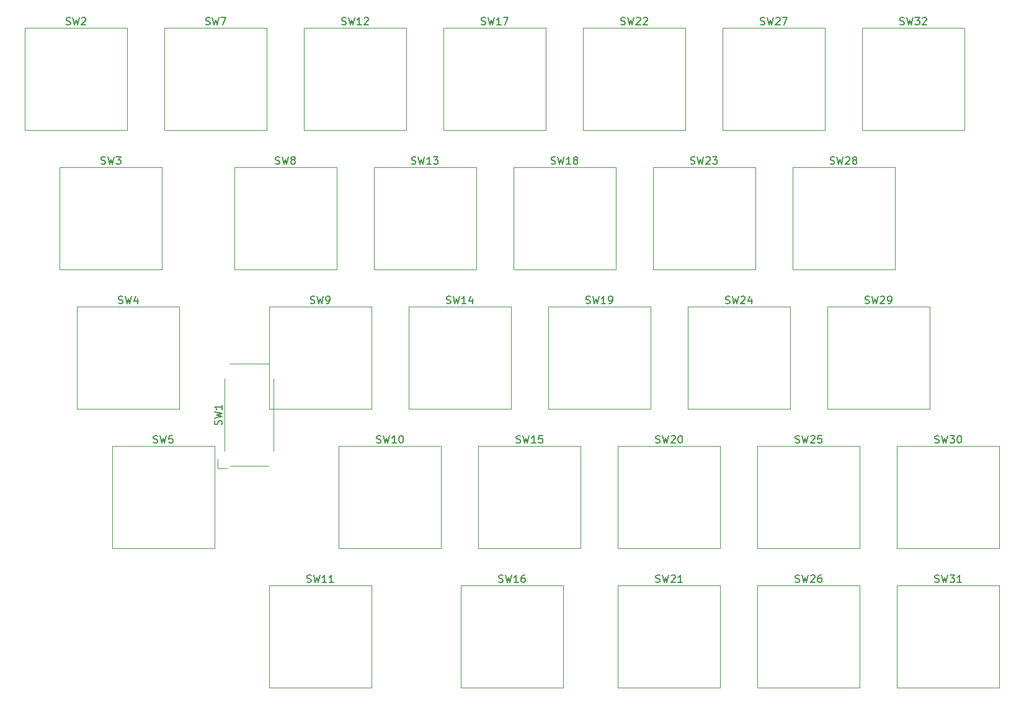
<source format=gto>
G04 #@! TF.FileFunction,Legend,Top*
%FSLAX46Y46*%
G04 Gerber Fmt 4.6, Leading zero omitted, Abs format (unit mm)*
G04 Created by KiCad (PCBNEW 4.0.7) date Monday, 23 April 2018 'AMt' 04:38:12*
%MOMM*%
%LPD*%
G01*
G04 APERTURE LIST*
%ADD10C,0.100000*%
%ADD11C,0.120000*%
%ADD12C,0.150000*%
G04 APERTURE END LIST*
D10*
D11*
X138112500Y-19526250D02*
X152082500Y-19526250D01*
X152082500Y-19526250D02*
X152082500Y-33496250D01*
X152082500Y-33496250D02*
X138112500Y-33496250D01*
X138112500Y-33496250D02*
X138112500Y-19526250D01*
X35718750Y-76676250D02*
X49688750Y-76676250D01*
X49688750Y-76676250D02*
X49688750Y-90646250D01*
X49688750Y-90646250D02*
X35718750Y-90646250D01*
X35718750Y-90646250D02*
X35718750Y-76676250D01*
X57150000Y-57626250D02*
X71120000Y-57626250D01*
X71120000Y-57626250D02*
X71120000Y-71596250D01*
X71120000Y-71596250D02*
X57150000Y-71596250D01*
X57150000Y-71596250D02*
X57150000Y-57626250D01*
X28575000Y-38576250D02*
X42545000Y-38576250D01*
X42545000Y-38576250D02*
X42545000Y-52546250D01*
X42545000Y-52546250D02*
X28575000Y-52546250D01*
X28575000Y-52546250D02*
X28575000Y-38576250D01*
X57150000Y-95726250D02*
X71120000Y-95726250D01*
X71120000Y-95726250D02*
X71120000Y-109696250D01*
X71120000Y-109696250D02*
X57150000Y-109696250D01*
X57150000Y-109696250D02*
X57150000Y-95726250D01*
X23812500Y-19526250D02*
X37782500Y-19526250D01*
X37782500Y-19526250D02*
X37782500Y-33496250D01*
X37782500Y-33496250D02*
X23812500Y-33496250D01*
X23812500Y-33496250D02*
X23812500Y-19526250D01*
X30956250Y-57626250D02*
X44926250Y-57626250D01*
X44926250Y-57626250D02*
X44926250Y-71596250D01*
X44926250Y-71596250D02*
X30956250Y-71596250D01*
X30956250Y-71596250D02*
X30956250Y-57626250D01*
X42862500Y-19526250D02*
X56832500Y-19526250D01*
X56832500Y-19526250D02*
X56832500Y-33496250D01*
X56832500Y-33496250D02*
X42862500Y-33496250D01*
X42862500Y-33496250D02*
X42862500Y-19526250D01*
X52387500Y-38576250D02*
X66357500Y-38576250D01*
X66357500Y-38576250D02*
X66357500Y-52546250D01*
X66357500Y-52546250D02*
X52387500Y-52546250D01*
X52387500Y-52546250D02*
X52387500Y-38576250D01*
X66675000Y-76676250D02*
X80645000Y-76676250D01*
X80645000Y-76676250D02*
X80645000Y-90646250D01*
X80645000Y-90646250D02*
X66675000Y-90646250D01*
X66675000Y-90646250D02*
X66675000Y-76676250D01*
X61912500Y-19526250D02*
X75882500Y-19526250D01*
X75882500Y-19526250D02*
X75882500Y-33496250D01*
X75882500Y-33496250D02*
X61912500Y-33496250D01*
X61912500Y-33496250D02*
X61912500Y-19526250D01*
X71437500Y-38576250D02*
X85407500Y-38576250D01*
X85407500Y-38576250D02*
X85407500Y-52546250D01*
X85407500Y-52546250D02*
X71437500Y-52546250D01*
X71437500Y-52546250D02*
X71437500Y-38576250D01*
X76200000Y-57626250D02*
X90170000Y-57626250D01*
X90170000Y-57626250D02*
X90170000Y-71596250D01*
X90170000Y-71596250D02*
X76200000Y-71596250D01*
X76200000Y-71596250D02*
X76200000Y-57626250D01*
X85725000Y-76676250D02*
X99695000Y-76676250D01*
X99695000Y-76676250D02*
X99695000Y-90646250D01*
X99695000Y-90646250D02*
X85725000Y-90646250D01*
X85725000Y-90646250D02*
X85725000Y-76676250D01*
X83343750Y-95726250D02*
X97313750Y-95726250D01*
X97313750Y-95726250D02*
X97313750Y-109696250D01*
X97313750Y-109696250D02*
X83343750Y-109696250D01*
X83343750Y-109696250D02*
X83343750Y-95726250D01*
X80962500Y-19526250D02*
X94932500Y-19526250D01*
X94932500Y-19526250D02*
X94932500Y-33496250D01*
X94932500Y-33496250D02*
X80962500Y-33496250D01*
X80962500Y-33496250D02*
X80962500Y-19526250D01*
X90487500Y-38576250D02*
X104457500Y-38576250D01*
X104457500Y-38576250D02*
X104457500Y-52546250D01*
X104457500Y-52546250D02*
X90487500Y-52546250D01*
X90487500Y-52546250D02*
X90487500Y-38576250D01*
X95250000Y-57626250D02*
X109220000Y-57626250D01*
X109220000Y-57626250D02*
X109220000Y-71596250D01*
X109220000Y-71596250D02*
X95250000Y-71596250D01*
X95250000Y-71596250D02*
X95250000Y-57626250D01*
X104775000Y-76676250D02*
X118745000Y-76676250D01*
X118745000Y-76676250D02*
X118745000Y-90646250D01*
X118745000Y-90646250D02*
X104775000Y-90646250D01*
X104775000Y-90646250D02*
X104775000Y-76676250D01*
X104775000Y-95726250D02*
X118745000Y-95726250D01*
X118745000Y-95726250D02*
X118745000Y-109696250D01*
X118745000Y-109696250D02*
X104775000Y-109696250D01*
X104775000Y-109696250D02*
X104775000Y-95726250D01*
X100012500Y-19526250D02*
X113982500Y-19526250D01*
X113982500Y-19526250D02*
X113982500Y-33496250D01*
X113982500Y-33496250D02*
X100012500Y-33496250D01*
X100012500Y-33496250D02*
X100012500Y-19526250D01*
X109537500Y-38576250D02*
X123507500Y-38576250D01*
X123507500Y-38576250D02*
X123507500Y-52546250D01*
X123507500Y-52546250D02*
X109537500Y-52546250D01*
X109537500Y-52546250D02*
X109537500Y-38576250D01*
X114300000Y-57626250D02*
X128270000Y-57626250D01*
X128270000Y-57626250D02*
X128270000Y-71596250D01*
X128270000Y-71596250D02*
X114300000Y-71596250D01*
X114300000Y-71596250D02*
X114300000Y-57626250D01*
X123825000Y-76676250D02*
X137795000Y-76676250D01*
X137795000Y-76676250D02*
X137795000Y-90646250D01*
X137795000Y-90646250D02*
X123825000Y-90646250D01*
X123825000Y-90646250D02*
X123825000Y-76676250D01*
X123825000Y-95726250D02*
X137795000Y-95726250D01*
X137795000Y-95726250D02*
X137795000Y-109696250D01*
X137795000Y-109696250D02*
X123825000Y-109696250D01*
X123825000Y-109696250D02*
X123825000Y-95726250D01*
X119062500Y-19526250D02*
X133032500Y-19526250D01*
X133032500Y-19526250D02*
X133032500Y-33496250D01*
X133032500Y-33496250D02*
X119062500Y-33496250D01*
X119062500Y-33496250D02*
X119062500Y-19526250D01*
X128587500Y-38576250D02*
X142557500Y-38576250D01*
X142557500Y-38576250D02*
X142557500Y-52546250D01*
X142557500Y-52546250D02*
X128587500Y-52546250D01*
X128587500Y-52546250D02*
X128587500Y-38576250D01*
X133350000Y-57626250D02*
X147320000Y-57626250D01*
X147320000Y-57626250D02*
X147320000Y-71596250D01*
X147320000Y-71596250D02*
X133350000Y-71596250D01*
X133350000Y-71596250D02*
X133350000Y-57626250D01*
X142875000Y-76676250D02*
X156845000Y-76676250D01*
X156845000Y-76676250D02*
X156845000Y-90646250D01*
X156845000Y-90646250D02*
X142875000Y-90646250D01*
X142875000Y-90646250D02*
X142875000Y-76676250D01*
X142875000Y-95726250D02*
X156845000Y-95726250D01*
X156845000Y-95726250D02*
X156845000Y-109696250D01*
X156845000Y-109696250D02*
X142875000Y-109696250D01*
X142875000Y-109696250D02*
X142875000Y-95726250D01*
X50150000Y-79700000D02*
X50150000Y-78400000D01*
X51450000Y-79700000D02*
X50150000Y-79700000D01*
X57800000Y-67450000D02*
X57800000Y-77350000D01*
X51100000Y-77350000D02*
X51100000Y-67450000D01*
X57050000Y-79400000D02*
X51850000Y-79400000D01*
X51850000Y-65400000D02*
X57050000Y-65400000D01*
D12*
X143287976Y-19042012D02*
X143430833Y-19089631D01*
X143668929Y-19089631D01*
X143764167Y-19042012D01*
X143811786Y-18994393D01*
X143859405Y-18899155D01*
X143859405Y-18803917D01*
X143811786Y-18708679D01*
X143764167Y-18661060D01*
X143668929Y-18613440D01*
X143478452Y-18565821D01*
X143383214Y-18518202D01*
X143335595Y-18470583D01*
X143287976Y-18375345D01*
X143287976Y-18280107D01*
X143335595Y-18184869D01*
X143383214Y-18137250D01*
X143478452Y-18089631D01*
X143716548Y-18089631D01*
X143859405Y-18137250D01*
X144192738Y-18089631D02*
X144430833Y-19089631D01*
X144621310Y-18375345D01*
X144811786Y-19089631D01*
X145049881Y-18089631D01*
X145335595Y-18089631D02*
X145954643Y-18089631D01*
X145621309Y-18470583D01*
X145764167Y-18470583D01*
X145859405Y-18518202D01*
X145907024Y-18565821D01*
X145954643Y-18661060D01*
X145954643Y-18899155D01*
X145907024Y-18994393D01*
X145859405Y-19042012D01*
X145764167Y-19089631D01*
X145478452Y-19089631D01*
X145383214Y-19042012D01*
X145335595Y-18994393D01*
X146335595Y-18184869D02*
X146383214Y-18137250D01*
X146478452Y-18089631D01*
X146716548Y-18089631D01*
X146811786Y-18137250D01*
X146859405Y-18184869D01*
X146907024Y-18280107D01*
X146907024Y-18375345D01*
X146859405Y-18518202D01*
X146287976Y-19089631D01*
X146907024Y-19089631D01*
X41370417Y-76192012D02*
X41513274Y-76239631D01*
X41751370Y-76239631D01*
X41846608Y-76192012D01*
X41894227Y-76144393D01*
X41941846Y-76049155D01*
X41941846Y-75953917D01*
X41894227Y-75858679D01*
X41846608Y-75811060D01*
X41751370Y-75763440D01*
X41560893Y-75715821D01*
X41465655Y-75668202D01*
X41418036Y-75620583D01*
X41370417Y-75525345D01*
X41370417Y-75430107D01*
X41418036Y-75334869D01*
X41465655Y-75287250D01*
X41560893Y-75239631D01*
X41798989Y-75239631D01*
X41941846Y-75287250D01*
X42275179Y-75239631D02*
X42513274Y-76239631D01*
X42703751Y-75525345D01*
X42894227Y-76239631D01*
X43132322Y-75239631D01*
X43989465Y-75239631D02*
X43513274Y-75239631D01*
X43465655Y-75715821D01*
X43513274Y-75668202D01*
X43608512Y-75620583D01*
X43846608Y-75620583D01*
X43941846Y-75668202D01*
X43989465Y-75715821D01*
X44037084Y-75811060D01*
X44037084Y-76049155D01*
X43989465Y-76144393D01*
X43941846Y-76192012D01*
X43846608Y-76239631D01*
X43608512Y-76239631D01*
X43513274Y-76192012D01*
X43465655Y-76144393D01*
X62801667Y-57142012D02*
X62944524Y-57189631D01*
X63182620Y-57189631D01*
X63277858Y-57142012D01*
X63325477Y-57094393D01*
X63373096Y-56999155D01*
X63373096Y-56903917D01*
X63325477Y-56808679D01*
X63277858Y-56761060D01*
X63182620Y-56713440D01*
X62992143Y-56665821D01*
X62896905Y-56618202D01*
X62849286Y-56570583D01*
X62801667Y-56475345D01*
X62801667Y-56380107D01*
X62849286Y-56284869D01*
X62896905Y-56237250D01*
X62992143Y-56189631D01*
X63230239Y-56189631D01*
X63373096Y-56237250D01*
X63706429Y-56189631D02*
X63944524Y-57189631D01*
X64135001Y-56475345D01*
X64325477Y-57189631D01*
X64563572Y-56189631D01*
X64992143Y-57189631D02*
X65182619Y-57189631D01*
X65277858Y-57142012D01*
X65325477Y-57094393D01*
X65420715Y-56951536D01*
X65468334Y-56761060D01*
X65468334Y-56380107D01*
X65420715Y-56284869D01*
X65373096Y-56237250D01*
X65277858Y-56189631D01*
X65087381Y-56189631D01*
X64992143Y-56237250D01*
X64944524Y-56284869D01*
X64896905Y-56380107D01*
X64896905Y-56618202D01*
X64944524Y-56713440D01*
X64992143Y-56761060D01*
X65087381Y-56808679D01*
X65277858Y-56808679D01*
X65373096Y-56761060D01*
X65420715Y-56713440D01*
X65468334Y-56618202D01*
X34226667Y-38092012D02*
X34369524Y-38139631D01*
X34607620Y-38139631D01*
X34702858Y-38092012D01*
X34750477Y-38044393D01*
X34798096Y-37949155D01*
X34798096Y-37853917D01*
X34750477Y-37758679D01*
X34702858Y-37711060D01*
X34607620Y-37663440D01*
X34417143Y-37615821D01*
X34321905Y-37568202D01*
X34274286Y-37520583D01*
X34226667Y-37425345D01*
X34226667Y-37330107D01*
X34274286Y-37234869D01*
X34321905Y-37187250D01*
X34417143Y-37139631D01*
X34655239Y-37139631D01*
X34798096Y-37187250D01*
X35131429Y-37139631D02*
X35369524Y-38139631D01*
X35560001Y-37425345D01*
X35750477Y-38139631D01*
X35988572Y-37139631D01*
X36274286Y-37139631D02*
X36893334Y-37139631D01*
X36560000Y-37520583D01*
X36702858Y-37520583D01*
X36798096Y-37568202D01*
X36845715Y-37615821D01*
X36893334Y-37711060D01*
X36893334Y-37949155D01*
X36845715Y-38044393D01*
X36798096Y-38092012D01*
X36702858Y-38139631D01*
X36417143Y-38139631D01*
X36321905Y-38092012D01*
X36274286Y-38044393D01*
X62325476Y-95242012D02*
X62468333Y-95289631D01*
X62706429Y-95289631D01*
X62801667Y-95242012D01*
X62849286Y-95194393D01*
X62896905Y-95099155D01*
X62896905Y-95003917D01*
X62849286Y-94908679D01*
X62801667Y-94861060D01*
X62706429Y-94813440D01*
X62515952Y-94765821D01*
X62420714Y-94718202D01*
X62373095Y-94670583D01*
X62325476Y-94575345D01*
X62325476Y-94480107D01*
X62373095Y-94384869D01*
X62420714Y-94337250D01*
X62515952Y-94289631D01*
X62754048Y-94289631D01*
X62896905Y-94337250D01*
X63230238Y-94289631D02*
X63468333Y-95289631D01*
X63658810Y-94575345D01*
X63849286Y-95289631D01*
X64087381Y-94289631D01*
X64992143Y-95289631D02*
X64420714Y-95289631D01*
X64706428Y-95289631D02*
X64706428Y-94289631D01*
X64611190Y-94432488D01*
X64515952Y-94527726D01*
X64420714Y-94575345D01*
X65944524Y-95289631D02*
X65373095Y-95289631D01*
X65658809Y-95289631D02*
X65658809Y-94289631D01*
X65563571Y-94432488D01*
X65468333Y-94527726D01*
X65373095Y-94575345D01*
X29464167Y-19042012D02*
X29607024Y-19089631D01*
X29845120Y-19089631D01*
X29940358Y-19042012D01*
X29987977Y-18994393D01*
X30035596Y-18899155D01*
X30035596Y-18803917D01*
X29987977Y-18708679D01*
X29940358Y-18661060D01*
X29845120Y-18613440D01*
X29654643Y-18565821D01*
X29559405Y-18518202D01*
X29511786Y-18470583D01*
X29464167Y-18375345D01*
X29464167Y-18280107D01*
X29511786Y-18184869D01*
X29559405Y-18137250D01*
X29654643Y-18089631D01*
X29892739Y-18089631D01*
X30035596Y-18137250D01*
X30368929Y-18089631D02*
X30607024Y-19089631D01*
X30797501Y-18375345D01*
X30987977Y-19089631D01*
X31226072Y-18089631D01*
X31559405Y-18184869D02*
X31607024Y-18137250D01*
X31702262Y-18089631D01*
X31940358Y-18089631D01*
X32035596Y-18137250D01*
X32083215Y-18184869D01*
X32130834Y-18280107D01*
X32130834Y-18375345D01*
X32083215Y-18518202D01*
X31511786Y-19089631D01*
X32130834Y-19089631D01*
X36607917Y-57142012D02*
X36750774Y-57189631D01*
X36988870Y-57189631D01*
X37084108Y-57142012D01*
X37131727Y-57094393D01*
X37179346Y-56999155D01*
X37179346Y-56903917D01*
X37131727Y-56808679D01*
X37084108Y-56761060D01*
X36988870Y-56713440D01*
X36798393Y-56665821D01*
X36703155Y-56618202D01*
X36655536Y-56570583D01*
X36607917Y-56475345D01*
X36607917Y-56380107D01*
X36655536Y-56284869D01*
X36703155Y-56237250D01*
X36798393Y-56189631D01*
X37036489Y-56189631D01*
X37179346Y-56237250D01*
X37512679Y-56189631D02*
X37750774Y-57189631D01*
X37941251Y-56475345D01*
X38131727Y-57189631D01*
X38369822Y-56189631D01*
X39179346Y-56522964D02*
X39179346Y-57189631D01*
X38941250Y-56142012D02*
X38703155Y-56856298D01*
X39322203Y-56856298D01*
X48514167Y-19042012D02*
X48657024Y-19089631D01*
X48895120Y-19089631D01*
X48990358Y-19042012D01*
X49037977Y-18994393D01*
X49085596Y-18899155D01*
X49085596Y-18803917D01*
X49037977Y-18708679D01*
X48990358Y-18661060D01*
X48895120Y-18613440D01*
X48704643Y-18565821D01*
X48609405Y-18518202D01*
X48561786Y-18470583D01*
X48514167Y-18375345D01*
X48514167Y-18280107D01*
X48561786Y-18184869D01*
X48609405Y-18137250D01*
X48704643Y-18089631D01*
X48942739Y-18089631D01*
X49085596Y-18137250D01*
X49418929Y-18089631D02*
X49657024Y-19089631D01*
X49847501Y-18375345D01*
X50037977Y-19089631D01*
X50276072Y-18089631D01*
X50561786Y-18089631D02*
X51228453Y-18089631D01*
X50799881Y-19089631D01*
X58039167Y-38092012D02*
X58182024Y-38139631D01*
X58420120Y-38139631D01*
X58515358Y-38092012D01*
X58562977Y-38044393D01*
X58610596Y-37949155D01*
X58610596Y-37853917D01*
X58562977Y-37758679D01*
X58515358Y-37711060D01*
X58420120Y-37663440D01*
X58229643Y-37615821D01*
X58134405Y-37568202D01*
X58086786Y-37520583D01*
X58039167Y-37425345D01*
X58039167Y-37330107D01*
X58086786Y-37234869D01*
X58134405Y-37187250D01*
X58229643Y-37139631D01*
X58467739Y-37139631D01*
X58610596Y-37187250D01*
X58943929Y-37139631D02*
X59182024Y-38139631D01*
X59372501Y-37425345D01*
X59562977Y-38139631D01*
X59801072Y-37139631D01*
X60324881Y-37568202D02*
X60229643Y-37520583D01*
X60182024Y-37472964D01*
X60134405Y-37377726D01*
X60134405Y-37330107D01*
X60182024Y-37234869D01*
X60229643Y-37187250D01*
X60324881Y-37139631D01*
X60515358Y-37139631D01*
X60610596Y-37187250D01*
X60658215Y-37234869D01*
X60705834Y-37330107D01*
X60705834Y-37377726D01*
X60658215Y-37472964D01*
X60610596Y-37520583D01*
X60515358Y-37568202D01*
X60324881Y-37568202D01*
X60229643Y-37615821D01*
X60182024Y-37663440D01*
X60134405Y-37758679D01*
X60134405Y-37949155D01*
X60182024Y-38044393D01*
X60229643Y-38092012D01*
X60324881Y-38139631D01*
X60515358Y-38139631D01*
X60610596Y-38092012D01*
X60658215Y-38044393D01*
X60705834Y-37949155D01*
X60705834Y-37758679D01*
X60658215Y-37663440D01*
X60610596Y-37615821D01*
X60515358Y-37568202D01*
X71850476Y-76192012D02*
X71993333Y-76239631D01*
X72231429Y-76239631D01*
X72326667Y-76192012D01*
X72374286Y-76144393D01*
X72421905Y-76049155D01*
X72421905Y-75953917D01*
X72374286Y-75858679D01*
X72326667Y-75811060D01*
X72231429Y-75763440D01*
X72040952Y-75715821D01*
X71945714Y-75668202D01*
X71898095Y-75620583D01*
X71850476Y-75525345D01*
X71850476Y-75430107D01*
X71898095Y-75334869D01*
X71945714Y-75287250D01*
X72040952Y-75239631D01*
X72279048Y-75239631D01*
X72421905Y-75287250D01*
X72755238Y-75239631D02*
X72993333Y-76239631D01*
X73183810Y-75525345D01*
X73374286Y-76239631D01*
X73612381Y-75239631D01*
X74517143Y-76239631D02*
X73945714Y-76239631D01*
X74231428Y-76239631D02*
X74231428Y-75239631D01*
X74136190Y-75382488D01*
X74040952Y-75477726D01*
X73945714Y-75525345D01*
X75136190Y-75239631D02*
X75231429Y-75239631D01*
X75326667Y-75287250D01*
X75374286Y-75334869D01*
X75421905Y-75430107D01*
X75469524Y-75620583D01*
X75469524Y-75858679D01*
X75421905Y-76049155D01*
X75374286Y-76144393D01*
X75326667Y-76192012D01*
X75231429Y-76239631D01*
X75136190Y-76239631D01*
X75040952Y-76192012D01*
X74993333Y-76144393D01*
X74945714Y-76049155D01*
X74898095Y-75858679D01*
X74898095Y-75620583D01*
X74945714Y-75430107D01*
X74993333Y-75334869D01*
X75040952Y-75287250D01*
X75136190Y-75239631D01*
X67087976Y-19042012D02*
X67230833Y-19089631D01*
X67468929Y-19089631D01*
X67564167Y-19042012D01*
X67611786Y-18994393D01*
X67659405Y-18899155D01*
X67659405Y-18803917D01*
X67611786Y-18708679D01*
X67564167Y-18661060D01*
X67468929Y-18613440D01*
X67278452Y-18565821D01*
X67183214Y-18518202D01*
X67135595Y-18470583D01*
X67087976Y-18375345D01*
X67087976Y-18280107D01*
X67135595Y-18184869D01*
X67183214Y-18137250D01*
X67278452Y-18089631D01*
X67516548Y-18089631D01*
X67659405Y-18137250D01*
X67992738Y-18089631D02*
X68230833Y-19089631D01*
X68421310Y-18375345D01*
X68611786Y-19089631D01*
X68849881Y-18089631D01*
X69754643Y-19089631D02*
X69183214Y-19089631D01*
X69468928Y-19089631D02*
X69468928Y-18089631D01*
X69373690Y-18232488D01*
X69278452Y-18327726D01*
X69183214Y-18375345D01*
X70135595Y-18184869D02*
X70183214Y-18137250D01*
X70278452Y-18089631D01*
X70516548Y-18089631D01*
X70611786Y-18137250D01*
X70659405Y-18184869D01*
X70707024Y-18280107D01*
X70707024Y-18375345D01*
X70659405Y-18518202D01*
X70087976Y-19089631D01*
X70707024Y-19089631D01*
X76612976Y-38092012D02*
X76755833Y-38139631D01*
X76993929Y-38139631D01*
X77089167Y-38092012D01*
X77136786Y-38044393D01*
X77184405Y-37949155D01*
X77184405Y-37853917D01*
X77136786Y-37758679D01*
X77089167Y-37711060D01*
X76993929Y-37663440D01*
X76803452Y-37615821D01*
X76708214Y-37568202D01*
X76660595Y-37520583D01*
X76612976Y-37425345D01*
X76612976Y-37330107D01*
X76660595Y-37234869D01*
X76708214Y-37187250D01*
X76803452Y-37139631D01*
X77041548Y-37139631D01*
X77184405Y-37187250D01*
X77517738Y-37139631D02*
X77755833Y-38139631D01*
X77946310Y-37425345D01*
X78136786Y-38139631D01*
X78374881Y-37139631D01*
X79279643Y-38139631D02*
X78708214Y-38139631D01*
X78993928Y-38139631D02*
X78993928Y-37139631D01*
X78898690Y-37282488D01*
X78803452Y-37377726D01*
X78708214Y-37425345D01*
X79612976Y-37139631D02*
X80232024Y-37139631D01*
X79898690Y-37520583D01*
X80041548Y-37520583D01*
X80136786Y-37568202D01*
X80184405Y-37615821D01*
X80232024Y-37711060D01*
X80232024Y-37949155D01*
X80184405Y-38044393D01*
X80136786Y-38092012D01*
X80041548Y-38139631D01*
X79755833Y-38139631D01*
X79660595Y-38092012D01*
X79612976Y-38044393D01*
X81375476Y-57142012D02*
X81518333Y-57189631D01*
X81756429Y-57189631D01*
X81851667Y-57142012D01*
X81899286Y-57094393D01*
X81946905Y-56999155D01*
X81946905Y-56903917D01*
X81899286Y-56808679D01*
X81851667Y-56761060D01*
X81756429Y-56713440D01*
X81565952Y-56665821D01*
X81470714Y-56618202D01*
X81423095Y-56570583D01*
X81375476Y-56475345D01*
X81375476Y-56380107D01*
X81423095Y-56284869D01*
X81470714Y-56237250D01*
X81565952Y-56189631D01*
X81804048Y-56189631D01*
X81946905Y-56237250D01*
X82280238Y-56189631D02*
X82518333Y-57189631D01*
X82708810Y-56475345D01*
X82899286Y-57189631D01*
X83137381Y-56189631D01*
X84042143Y-57189631D02*
X83470714Y-57189631D01*
X83756428Y-57189631D02*
X83756428Y-56189631D01*
X83661190Y-56332488D01*
X83565952Y-56427726D01*
X83470714Y-56475345D01*
X84899286Y-56522964D02*
X84899286Y-57189631D01*
X84661190Y-56142012D02*
X84423095Y-56856298D01*
X85042143Y-56856298D01*
X90900476Y-76192012D02*
X91043333Y-76239631D01*
X91281429Y-76239631D01*
X91376667Y-76192012D01*
X91424286Y-76144393D01*
X91471905Y-76049155D01*
X91471905Y-75953917D01*
X91424286Y-75858679D01*
X91376667Y-75811060D01*
X91281429Y-75763440D01*
X91090952Y-75715821D01*
X90995714Y-75668202D01*
X90948095Y-75620583D01*
X90900476Y-75525345D01*
X90900476Y-75430107D01*
X90948095Y-75334869D01*
X90995714Y-75287250D01*
X91090952Y-75239631D01*
X91329048Y-75239631D01*
X91471905Y-75287250D01*
X91805238Y-75239631D02*
X92043333Y-76239631D01*
X92233810Y-75525345D01*
X92424286Y-76239631D01*
X92662381Y-75239631D01*
X93567143Y-76239631D02*
X92995714Y-76239631D01*
X93281428Y-76239631D02*
X93281428Y-75239631D01*
X93186190Y-75382488D01*
X93090952Y-75477726D01*
X92995714Y-75525345D01*
X94471905Y-75239631D02*
X93995714Y-75239631D01*
X93948095Y-75715821D01*
X93995714Y-75668202D01*
X94090952Y-75620583D01*
X94329048Y-75620583D01*
X94424286Y-75668202D01*
X94471905Y-75715821D01*
X94519524Y-75811060D01*
X94519524Y-76049155D01*
X94471905Y-76144393D01*
X94424286Y-76192012D01*
X94329048Y-76239631D01*
X94090952Y-76239631D01*
X93995714Y-76192012D01*
X93948095Y-76144393D01*
X88519226Y-95242012D02*
X88662083Y-95289631D01*
X88900179Y-95289631D01*
X88995417Y-95242012D01*
X89043036Y-95194393D01*
X89090655Y-95099155D01*
X89090655Y-95003917D01*
X89043036Y-94908679D01*
X88995417Y-94861060D01*
X88900179Y-94813440D01*
X88709702Y-94765821D01*
X88614464Y-94718202D01*
X88566845Y-94670583D01*
X88519226Y-94575345D01*
X88519226Y-94480107D01*
X88566845Y-94384869D01*
X88614464Y-94337250D01*
X88709702Y-94289631D01*
X88947798Y-94289631D01*
X89090655Y-94337250D01*
X89423988Y-94289631D02*
X89662083Y-95289631D01*
X89852560Y-94575345D01*
X90043036Y-95289631D01*
X90281131Y-94289631D01*
X91185893Y-95289631D02*
X90614464Y-95289631D01*
X90900178Y-95289631D02*
X90900178Y-94289631D01*
X90804940Y-94432488D01*
X90709702Y-94527726D01*
X90614464Y-94575345D01*
X92043036Y-94289631D02*
X91852559Y-94289631D01*
X91757321Y-94337250D01*
X91709702Y-94384869D01*
X91614464Y-94527726D01*
X91566845Y-94718202D01*
X91566845Y-95099155D01*
X91614464Y-95194393D01*
X91662083Y-95242012D01*
X91757321Y-95289631D01*
X91947798Y-95289631D01*
X92043036Y-95242012D01*
X92090655Y-95194393D01*
X92138274Y-95099155D01*
X92138274Y-94861060D01*
X92090655Y-94765821D01*
X92043036Y-94718202D01*
X91947798Y-94670583D01*
X91757321Y-94670583D01*
X91662083Y-94718202D01*
X91614464Y-94765821D01*
X91566845Y-94861060D01*
X86137976Y-19042012D02*
X86280833Y-19089631D01*
X86518929Y-19089631D01*
X86614167Y-19042012D01*
X86661786Y-18994393D01*
X86709405Y-18899155D01*
X86709405Y-18803917D01*
X86661786Y-18708679D01*
X86614167Y-18661060D01*
X86518929Y-18613440D01*
X86328452Y-18565821D01*
X86233214Y-18518202D01*
X86185595Y-18470583D01*
X86137976Y-18375345D01*
X86137976Y-18280107D01*
X86185595Y-18184869D01*
X86233214Y-18137250D01*
X86328452Y-18089631D01*
X86566548Y-18089631D01*
X86709405Y-18137250D01*
X87042738Y-18089631D02*
X87280833Y-19089631D01*
X87471310Y-18375345D01*
X87661786Y-19089631D01*
X87899881Y-18089631D01*
X88804643Y-19089631D02*
X88233214Y-19089631D01*
X88518928Y-19089631D02*
X88518928Y-18089631D01*
X88423690Y-18232488D01*
X88328452Y-18327726D01*
X88233214Y-18375345D01*
X89137976Y-18089631D02*
X89804643Y-18089631D01*
X89376071Y-19089631D01*
X95662976Y-38092012D02*
X95805833Y-38139631D01*
X96043929Y-38139631D01*
X96139167Y-38092012D01*
X96186786Y-38044393D01*
X96234405Y-37949155D01*
X96234405Y-37853917D01*
X96186786Y-37758679D01*
X96139167Y-37711060D01*
X96043929Y-37663440D01*
X95853452Y-37615821D01*
X95758214Y-37568202D01*
X95710595Y-37520583D01*
X95662976Y-37425345D01*
X95662976Y-37330107D01*
X95710595Y-37234869D01*
X95758214Y-37187250D01*
X95853452Y-37139631D01*
X96091548Y-37139631D01*
X96234405Y-37187250D01*
X96567738Y-37139631D02*
X96805833Y-38139631D01*
X96996310Y-37425345D01*
X97186786Y-38139631D01*
X97424881Y-37139631D01*
X98329643Y-38139631D02*
X97758214Y-38139631D01*
X98043928Y-38139631D02*
X98043928Y-37139631D01*
X97948690Y-37282488D01*
X97853452Y-37377726D01*
X97758214Y-37425345D01*
X98901071Y-37568202D02*
X98805833Y-37520583D01*
X98758214Y-37472964D01*
X98710595Y-37377726D01*
X98710595Y-37330107D01*
X98758214Y-37234869D01*
X98805833Y-37187250D01*
X98901071Y-37139631D01*
X99091548Y-37139631D01*
X99186786Y-37187250D01*
X99234405Y-37234869D01*
X99282024Y-37330107D01*
X99282024Y-37377726D01*
X99234405Y-37472964D01*
X99186786Y-37520583D01*
X99091548Y-37568202D01*
X98901071Y-37568202D01*
X98805833Y-37615821D01*
X98758214Y-37663440D01*
X98710595Y-37758679D01*
X98710595Y-37949155D01*
X98758214Y-38044393D01*
X98805833Y-38092012D01*
X98901071Y-38139631D01*
X99091548Y-38139631D01*
X99186786Y-38092012D01*
X99234405Y-38044393D01*
X99282024Y-37949155D01*
X99282024Y-37758679D01*
X99234405Y-37663440D01*
X99186786Y-37615821D01*
X99091548Y-37568202D01*
X100425476Y-57142012D02*
X100568333Y-57189631D01*
X100806429Y-57189631D01*
X100901667Y-57142012D01*
X100949286Y-57094393D01*
X100996905Y-56999155D01*
X100996905Y-56903917D01*
X100949286Y-56808679D01*
X100901667Y-56761060D01*
X100806429Y-56713440D01*
X100615952Y-56665821D01*
X100520714Y-56618202D01*
X100473095Y-56570583D01*
X100425476Y-56475345D01*
X100425476Y-56380107D01*
X100473095Y-56284869D01*
X100520714Y-56237250D01*
X100615952Y-56189631D01*
X100854048Y-56189631D01*
X100996905Y-56237250D01*
X101330238Y-56189631D02*
X101568333Y-57189631D01*
X101758810Y-56475345D01*
X101949286Y-57189631D01*
X102187381Y-56189631D01*
X103092143Y-57189631D02*
X102520714Y-57189631D01*
X102806428Y-57189631D02*
X102806428Y-56189631D01*
X102711190Y-56332488D01*
X102615952Y-56427726D01*
X102520714Y-56475345D01*
X103568333Y-57189631D02*
X103758809Y-57189631D01*
X103854048Y-57142012D01*
X103901667Y-57094393D01*
X103996905Y-56951536D01*
X104044524Y-56761060D01*
X104044524Y-56380107D01*
X103996905Y-56284869D01*
X103949286Y-56237250D01*
X103854048Y-56189631D01*
X103663571Y-56189631D01*
X103568333Y-56237250D01*
X103520714Y-56284869D01*
X103473095Y-56380107D01*
X103473095Y-56618202D01*
X103520714Y-56713440D01*
X103568333Y-56761060D01*
X103663571Y-56808679D01*
X103854048Y-56808679D01*
X103949286Y-56761060D01*
X103996905Y-56713440D01*
X104044524Y-56618202D01*
X109950476Y-76192012D02*
X110093333Y-76239631D01*
X110331429Y-76239631D01*
X110426667Y-76192012D01*
X110474286Y-76144393D01*
X110521905Y-76049155D01*
X110521905Y-75953917D01*
X110474286Y-75858679D01*
X110426667Y-75811060D01*
X110331429Y-75763440D01*
X110140952Y-75715821D01*
X110045714Y-75668202D01*
X109998095Y-75620583D01*
X109950476Y-75525345D01*
X109950476Y-75430107D01*
X109998095Y-75334869D01*
X110045714Y-75287250D01*
X110140952Y-75239631D01*
X110379048Y-75239631D01*
X110521905Y-75287250D01*
X110855238Y-75239631D02*
X111093333Y-76239631D01*
X111283810Y-75525345D01*
X111474286Y-76239631D01*
X111712381Y-75239631D01*
X112045714Y-75334869D02*
X112093333Y-75287250D01*
X112188571Y-75239631D01*
X112426667Y-75239631D01*
X112521905Y-75287250D01*
X112569524Y-75334869D01*
X112617143Y-75430107D01*
X112617143Y-75525345D01*
X112569524Y-75668202D01*
X111998095Y-76239631D01*
X112617143Y-76239631D01*
X113236190Y-75239631D02*
X113331429Y-75239631D01*
X113426667Y-75287250D01*
X113474286Y-75334869D01*
X113521905Y-75430107D01*
X113569524Y-75620583D01*
X113569524Y-75858679D01*
X113521905Y-76049155D01*
X113474286Y-76144393D01*
X113426667Y-76192012D01*
X113331429Y-76239631D01*
X113236190Y-76239631D01*
X113140952Y-76192012D01*
X113093333Y-76144393D01*
X113045714Y-76049155D01*
X112998095Y-75858679D01*
X112998095Y-75620583D01*
X113045714Y-75430107D01*
X113093333Y-75334869D01*
X113140952Y-75287250D01*
X113236190Y-75239631D01*
X109950476Y-95242012D02*
X110093333Y-95289631D01*
X110331429Y-95289631D01*
X110426667Y-95242012D01*
X110474286Y-95194393D01*
X110521905Y-95099155D01*
X110521905Y-95003917D01*
X110474286Y-94908679D01*
X110426667Y-94861060D01*
X110331429Y-94813440D01*
X110140952Y-94765821D01*
X110045714Y-94718202D01*
X109998095Y-94670583D01*
X109950476Y-94575345D01*
X109950476Y-94480107D01*
X109998095Y-94384869D01*
X110045714Y-94337250D01*
X110140952Y-94289631D01*
X110379048Y-94289631D01*
X110521905Y-94337250D01*
X110855238Y-94289631D02*
X111093333Y-95289631D01*
X111283810Y-94575345D01*
X111474286Y-95289631D01*
X111712381Y-94289631D01*
X112045714Y-94384869D02*
X112093333Y-94337250D01*
X112188571Y-94289631D01*
X112426667Y-94289631D01*
X112521905Y-94337250D01*
X112569524Y-94384869D01*
X112617143Y-94480107D01*
X112617143Y-94575345D01*
X112569524Y-94718202D01*
X111998095Y-95289631D01*
X112617143Y-95289631D01*
X113569524Y-95289631D02*
X112998095Y-95289631D01*
X113283809Y-95289631D02*
X113283809Y-94289631D01*
X113188571Y-94432488D01*
X113093333Y-94527726D01*
X112998095Y-94575345D01*
X105187976Y-19042012D02*
X105330833Y-19089631D01*
X105568929Y-19089631D01*
X105664167Y-19042012D01*
X105711786Y-18994393D01*
X105759405Y-18899155D01*
X105759405Y-18803917D01*
X105711786Y-18708679D01*
X105664167Y-18661060D01*
X105568929Y-18613440D01*
X105378452Y-18565821D01*
X105283214Y-18518202D01*
X105235595Y-18470583D01*
X105187976Y-18375345D01*
X105187976Y-18280107D01*
X105235595Y-18184869D01*
X105283214Y-18137250D01*
X105378452Y-18089631D01*
X105616548Y-18089631D01*
X105759405Y-18137250D01*
X106092738Y-18089631D02*
X106330833Y-19089631D01*
X106521310Y-18375345D01*
X106711786Y-19089631D01*
X106949881Y-18089631D01*
X107283214Y-18184869D02*
X107330833Y-18137250D01*
X107426071Y-18089631D01*
X107664167Y-18089631D01*
X107759405Y-18137250D01*
X107807024Y-18184869D01*
X107854643Y-18280107D01*
X107854643Y-18375345D01*
X107807024Y-18518202D01*
X107235595Y-19089631D01*
X107854643Y-19089631D01*
X108235595Y-18184869D02*
X108283214Y-18137250D01*
X108378452Y-18089631D01*
X108616548Y-18089631D01*
X108711786Y-18137250D01*
X108759405Y-18184869D01*
X108807024Y-18280107D01*
X108807024Y-18375345D01*
X108759405Y-18518202D01*
X108187976Y-19089631D01*
X108807024Y-19089631D01*
X114712976Y-38092012D02*
X114855833Y-38139631D01*
X115093929Y-38139631D01*
X115189167Y-38092012D01*
X115236786Y-38044393D01*
X115284405Y-37949155D01*
X115284405Y-37853917D01*
X115236786Y-37758679D01*
X115189167Y-37711060D01*
X115093929Y-37663440D01*
X114903452Y-37615821D01*
X114808214Y-37568202D01*
X114760595Y-37520583D01*
X114712976Y-37425345D01*
X114712976Y-37330107D01*
X114760595Y-37234869D01*
X114808214Y-37187250D01*
X114903452Y-37139631D01*
X115141548Y-37139631D01*
X115284405Y-37187250D01*
X115617738Y-37139631D02*
X115855833Y-38139631D01*
X116046310Y-37425345D01*
X116236786Y-38139631D01*
X116474881Y-37139631D01*
X116808214Y-37234869D02*
X116855833Y-37187250D01*
X116951071Y-37139631D01*
X117189167Y-37139631D01*
X117284405Y-37187250D01*
X117332024Y-37234869D01*
X117379643Y-37330107D01*
X117379643Y-37425345D01*
X117332024Y-37568202D01*
X116760595Y-38139631D01*
X117379643Y-38139631D01*
X117712976Y-37139631D02*
X118332024Y-37139631D01*
X117998690Y-37520583D01*
X118141548Y-37520583D01*
X118236786Y-37568202D01*
X118284405Y-37615821D01*
X118332024Y-37711060D01*
X118332024Y-37949155D01*
X118284405Y-38044393D01*
X118236786Y-38092012D01*
X118141548Y-38139631D01*
X117855833Y-38139631D01*
X117760595Y-38092012D01*
X117712976Y-38044393D01*
X119475476Y-57142012D02*
X119618333Y-57189631D01*
X119856429Y-57189631D01*
X119951667Y-57142012D01*
X119999286Y-57094393D01*
X120046905Y-56999155D01*
X120046905Y-56903917D01*
X119999286Y-56808679D01*
X119951667Y-56761060D01*
X119856429Y-56713440D01*
X119665952Y-56665821D01*
X119570714Y-56618202D01*
X119523095Y-56570583D01*
X119475476Y-56475345D01*
X119475476Y-56380107D01*
X119523095Y-56284869D01*
X119570714Y-56237250D01*
X119665952Y-56189631D01*
X119904048Y-56189631D01*
X120046905Y-56237250D01*
X120380238Y-56189631D02*
X120618333Y-57189631D01*
X120808810Y-56475345D01*
X120999286Y-57189631D01*
X121237381Y-56189631D01*
X121570714Y-56284869D02*
X121618333Y-56237250D01*
X121713571Y-56189631D01*
X121951667Y-56189631D01*
X122046905Y-56237250D01*
X122094524Y-56284869D01*
X122142143Y-56380107D01*
X122142143Y-56475345D01*
X122094524Y-56618202D01*
X121523095Y-57189631D01*
X122142143Y-57189631D01*
X122999286Y-56522964D02*
X122999286Y-57189631D01*
X122761190Y-56142012D02*
X122523095Y-56856298D01*
X123142143Y-56856298D01*
X129000476Y-76192012D02*
X129143333Y-76239631D01*
X129381429Y-76239631D01*
X129476667Y-76192012D01*
X129524286Y-76144393D01*
X129571905Y-76049155D01*
X129571905Y-75953917D01*
X129524286Y-75858679D01*
X129476667Y-75811060D01*
X129381429Y-75763440D01*
X129190952Y-75715821D01*
X129095714Y-75668202D01*
X129048095Y-75620583D01*
X129000476Y-75525345D01*
X129000476Y-75430107D01*
X129048095Y-75334869D01*
X129095714Y-75287250D01*
X129190952Y-75239631D01*
X129429048Y-75239631D01*
X129571905Y-75287250D01*
X129905238Y-75239631D02*
X130143333Y-76239631D01*
X130333810Y-75525345D01*
X130524286Y-76239631D01*
X130762381Y-75239631D01*
X131095714Y-75334869D02*
X131143333Y-75287250D01*
X131238571Y-75239631D01*
X131476667Y-75239631D01*
X131571905Y-75287250D01*
X131619524Y-75334869D01*
X131667143Y-75430107D01*
X131667143Y-75525345D01*
X131619524Y-75668202D01*
X131048095Y-76239631D01*
X131667143Y-76239631D01*
X132571905Y-75239631D02*
X132095714Y-75239631D01*
X132048095Y-75715821D01*
X132095714Y-75668202D01*
X132190952Y-75620583D01*
X132429048Y-75620583D01*
X132524286Y-75668202D01*
X132571905Y-75715821D01*
X132619524Y-75811060D01*
X132619524Y-76049155D01*
X132571905Y-76144393D01*
X132524286Y-76192012D01*
X132429048Y-76239631D01*
X132190952Y-76239631D01*
X132095714Y-76192012D01*
X132048095Y-76144393D01*
X129000476Y-95242012D02*
X129143333Y-95289631D01*
X129381429Y-95289631D01*
X129476667Y-95242012D01*
X129524286Y-95194393D01*
X129571905Y-95099155D01*
X129571905Y-95003917D01*
X129524286Y-94908679D01*
X129476667Y-94861060D01*
X129381429Y-94813440D01*
X129190952Y-94765821D01*
X129095714Y-94718202D01*
X129048095Y-94670583D01*
X129000476Y-94575345D01*
X129000476Y-94480107D01*
X129048095Y-94384869D01*
X129095714Y-94337250D01*
X129190952Y-94289631D01*
X129429048Y-94289631D01*
X129571905Y-94337250D01*
X129905238Y-94289631D02*
X130143333Y-95289631D01*
X130333810Y-94575345D01*
X130524286Y-95289631D01*
X130762381Y-94289631D01*
X131095714Y-94384869D02*
X131143333Y-94337250D01*
X131238571Y-94289631D01*
X131476667Y-94289631D01*
X131571905Y-94337250D01*
X131619524Y-94384869D01*
X131667143Y-94480107D01*
X131667143Y-94575345D01*
X131619524Y-94718202D01*
X131048095Y-95289631D01*
X131667143Y-95289631D01*
X132524286Y-94289631D02*
X132333809Y-94289631D01*
X132238571Y-94337250D01*
X132190952Y-94384869D01*
X132095714Y-94527726D01*
X132048095Y-94718202D01*
X132048095Y-95099155D01*
X132095714Y-95194393D01*
X132143333Y-95242012D01*
X132238571Y-95289631D01*
X132429048Y-95289631D01*
X132524286Y-95242012D01*
X132571905Y-95194393D01*
X132619524Y-95099155D01*
X132619524Y-94861060D01*
X132571905Y-94765821D01*
X132524286Y-94718202D01*
X132429048Y-94670583D01*
X132238571Y-94670583D01*
X132143333Y-94718202D01*
X132095714Y-94765821D01*
X132048095Y-94861060D01*
X124237976Y-19042012D02*
X124380833Y-19089631D01*
X124618929Y-19089631D01*
X124714167Y-19042012D01*
X124761786Y-18994393D01*
X124809405Y-18899155D01*
X124809405Y-18803917D01*
X124761786Y-18708679D01*
X124714167Y-18661060D01*
X124618929Y-18613440D01*
X124428452Y-18565821D01*
X124333214Y-18518202D01*
X124285595Y-18470583D01*
X124237976Y-18375345D01*
X124237976Y-18280107D01*
X124285595Y-18184869D01*
X124333214Y-18137250D01*
X124428452Y-18089631D01*
X124666548Y-18089631D01*
X124809405Y-18137250D01*
X125142738Y-18089631D02*
X125380833Y-19089631D01*
X125571310Y-18375345D01*
X125761786Y-19089631D01*
X125999881Y-18089631D01*
X126333214Y-18184869D02*
X126380833Y-18137250D01*
X126476071Y-18089631D01*
X126714167Y-18089631D01*
X126809405Y-18137250D01*
X126857024Y-18184869D01*
X126904643Y-18280107D01*
X126904643Y-18375345D01*
X126857024Y-18518202D01*
X126285595Y-19089631D01*
X126904643Y-19089631D01*
X127237976Y-18089631D02*
X127904643Y-18089631D01*
X127476071Y-19089631D01*
X133762976Y-38092012D02*
X133905833Y-38139631D01*
X134143929Y-38139631D01*
X134239167Y-38092012D01*
X134286786Y-38044393D01*
X134334405Y-37949155D01*
X134334405Y-37853917D01*
X134286786Y-37758679D01*
X134239167Y-37711060D01*
X134143929Y-37663440D01*
X133953452Y-37615821D01*
X133858214Y-37568202D01*
X133810595Y-37520583D01*
X133762976Y-37425345D01*
X133762976Y-37330107D01*
X133810595Y-37234869D01*
X133858214Y-37187250D01*
X133953452Y-37139631D01*
X134191548Y-37139631D01*
X134334405Y-37187250D01*
X134667738Y-37139631D02*
X134905833Y-38139631D01*
X135096310Y-37425345D01*
X135286786Y-38139631D01*
X135524881Y-37139631D01*
X135858214Y-37234869D02*
X135905833Y-37187250D01*
X136001071Y-37139631D01*
X136239167Y-37139631D01*
X136334405Y-37187250D01*
X136382024Y-37234869D01*
X136429643Y-37330107D01*
X136429643Y-37425345D01*
X136382024Y-37568202D01*
X135810595Y-38139631D01*
X136429643Y-38139631D01*
X137001071Y-37568202D02*
X136905833Y-37520583D01*
X136858214Y-37472964D01*
X136810595Y-37377726D01*
X136810595Y-37330107D01*
X136858214Y-37234869D01*
X136905833Y-37187250D01*
X137001071Y-37139631D01*
X137191548Y-37139631D01*
X137286786Y-37187250D01*
X137334405Y-37234869D01*
X137382024Y-37330107D01*
X137382024Y-37377726D01*
X137334405Y-37472964D01*
X137286786Y-37520583D01*
X137191548Y-37568202D01*
X137001071Y-37568202D01*
X136905833Y-37615821D01*
X136858214Y-37663440D01*
X136810595Y-37758679D01*
X136810595Y-37949155D01*
X136858214Y-38044393D01*
X136905833Y-38092012D01*
X137001071Y-38139631D01*
X137191548Y-38139631D01*
X137286786Y-38092012D01*
X137334405Y-38044393D01*
X137382024Y-37949155D01*
X137382024Y-37758679D01*
X137334405Y-37663440D01*
X137286786Y-37615821D01*
X137191548Y-37568202D01*
X138525476Y-57142012D02*
X138668333Y-57189631D01*
X138906429Y-57189631D01*
X139001667Y-57142012D01*
X139049286Y-57094393D01*
X139096905Y-56999155D01*
X139096905Y-56903917D01*
X139049286Y-56808679D01*
X139001667Y-56761060D01*
X138906429Y-56713440D01*
X138715952Y-56665821D01*
X138620714Y-56618202D01*
X138573095Y-56570583D01*
X138525476Y-56475345D01*
X138525476Y-56380107D01*
X138573095Y-56284869D01*
X138620714Y-56237250D01*
X138715952Y-56189631D01*
X138954048Y-56189631D01*
X139096905Y-56237250D01*
X139430238Y-56189631D02*
X139668333Y-57189631D01*
X139858810Y-56475345D01*
X140049286Y-57189631D01*
X140287381Y-56189631D01*
X140620714Y-56284869D02*
X140668333Y-56237250D01*
X140763571Y-56189631D01*
X141001667Y-56189631D01*
X141096905Y-56237250D01*
X141144524Y-56284869D01*
X141192143Y-56380107D01*
X141192143Y-56475345D01*
X141144524Y-56618202D01*
X140573095Y-57189631D01*
X141192143Y-57189631D01*
X141668333Y-57189631D02*
X141858809Y-57189631D01*
X141954048Y-57142012D01*
X142001667Y-57094393D01*
X142096905Y-56951536D01*
X142144524Y-56761060D01*
X142144524Y-56380107D01*
X142096905Y-56284869D01*
X142049286Y-56237250D01*
X141954048Y-56189631D01*
X141763571Y-56189631D01*
X141668333Y-56237250D01*
X141620714Y-56284869D01*
X141573095Y-56380107D01*
X141573095Y-56618202D01*
X141620714Y-56713440D01*
X141668333Y-56761060D01*
X141763571Y-56808679D01*
X141954048Y-56808679D01*
X142049286Y-56761060D01*
X142096905Y-56713440D01*
X142144524Y-56618202D01*
X148050476Y-76192012D02*
X148193333Y-76239631D01*
X148431429Y-76239631D01*
X148526667Y-76192012D01*
X148574286Y-76144393D01*
X148621905Y-76049155D01*
X148621905Y-75953917D01*
X148574286Y-75858679D01*
X148526667Y-75811060D01*
X148431429Y-75763440D01*
X148240952Y-75715821D01*
X148145714Y-75668202D01*
X148098095Y-75620583D01*
X148050476Y-75525345D01*
X148050476Y-75430107D01*
X148098095Y-75334869D01*
X148145714Y-75287250D01*
X148240952Y-75239631D01*
X148479048Y-75239631D01*
X148621905Y-75287250D01*
X148955238Y-75239631D02*
X149193333Y-76239631D01*
X149383810Y-75525345D01*
X149574286Y-76239631D01*
X149812381Y-75239631D01*
X150098095Y-75239631D02*
X150717143Y-75239631D01*
X150383809Y-75620583D01*
X150526667Y-75620583D01*
X150621905Y-75668202D01*
X150669524Y-75715821D01*
X150717143Y-75811060D01*
X150717143Y-76049155D01*
X150669524Y-76144393D01*
X150621905Y-76192012D01*
X150526667Y-76239631D01*
X150240952Y-76239631D01*
X150145714Y-76192012D01*
X150098095Y-76144393D01*
X151336190Y-75239631D02*
X151431429Y-75239631D01*
X151526667Y-75287250D01*
X151574286Y-75334869D01*
X151621905Y-75430107D01*
X151669524Y-75620583D01*
X151669524Y-75858679D01*
X151621905Y-76049155D01*
X151574286Y-76144393D01*
X151526667Y-76192012D01*
X151431429Y-76239631D01*
X151336190Y-76239631D01*
X151240952Y-76192012D01*
X151193333Y-76144393D01*
X151145714Y-76049155D01*
X151098095Y-75858679D01*
X151098095Y-75620583D01*
X151145714Y-75430107D01*
X151193333Y-75334869D01*
X151240952Y-75287250D01*
X151336190Y-75239631D01*
X148050476Y-95242012D02*
X148193333Y-95289631D01*
X148431429Y-95289631D01*
X148526667Y-95242012D01*
X148574286Y-95194393D01*
X148621905Y-95099155D01*
X148621905Y-95003917D01*
X148574286Y-94908679D01*
X148526667Y-94861060D01*
X148431429Y-94813440D01*
X148240952Y-94765821D01*
X148145714Y-94718202D01*
X148098095Y-94670583D01*
X148050476Y-94575345D01*
X148050476Y-94480107D01*
X148098095Y-94384869D01*
X148145714Y-94337250D01*
X148240952Y-94289631D01*
X148479048Y-94289631D01*
X148621905Y-94337250D01*
X148955238Y-94289631D02*
X149193333Y-95289631D01*
X149383810Y-94575345D01*
X149574286Y-95289631D01*
X149812381Y-94289631D01*
X150098095Y-94289631D02*
X150717143Y-94289631D01*
X150383809Y-94670583D01*
X150526667Y-94670583D01*
X150621905Y-94718202D01*
X150669524Y-94765821D01*
X150717143Y-94861060D01*
X150717143Y-95099155D01*
X150669524Y-95194393D01*
X150621905Y-95242012D01*
X150526667Y-95289631D01*
X150240952Y-95289631D01*
X150145714Y-95242012D01*
X150098095Y-95194393D01*
X151669524Y-95289631D02*
X151098095Y-95289631D01*
X151383809Y-95289631D02*
X151383809Y-94289631D01*
X151288571Y-94432488D01*
X151193333Y-94527726D01*
X151098095Y-94575345D01*
X50654762Y-73733333D02*
X50702381Y-73590476D01*
X50702381Y-73352380D01*
X50654762Y-73257142D01*
X50607143Y-73209523D01*
X50511905Y-73161904D01*
X50416667Y-73161904D01*
X50321429Y-73209523D01*
X50273810Y-73257142D01*
X50226190Y-73352380D01*
X50178571Y-73542857D01*
X50130952Y-73638095D01*
X50083333Y-73685714D01*
X49988095Y-73733333D01*
X49892857Y-73733333D01*
X49797619Y-73685714D01*
X49750000Y-73638095D01*
X49702381Y-73542857D01*
X49702381Y-73304761D01*
X49750000Y-73161904D01*
X49702381Y-72828571D02*
X50702381Y-72590476D01*
X49988095Y-72399999D01*
X50702381Y-72209523D01*
X49702381Y-71971428D01*
X50702381Y-71066666D02*
X50702381Y-71638095D01*
X50702381Y-71352381D02*
X49702381Y-71352381D01*
X49845238Y-71447619D01*
X49940476Y-71542857D01*
X49988095Y-71638095D01*
M02*

</source>
